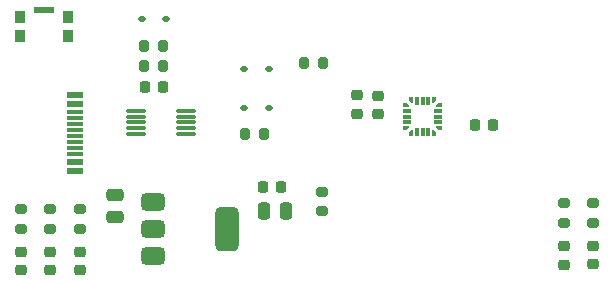
<source format=gbr>
%TF.GenerationSoftware,KiCad,Pcbnew,8.0.6*%
%TF.CreationDate,2025-02-28T22:10:36+01:00*%
%TF.ProjectId,stm8s-target-v1,73746d38-732d-4746-9172-6765742d7631,rev?*%
%TF.SameCoordinates,PX3d09000PY6590fa0*%
%TF.FileFunction,Paste,Top*%
%TF.FilePolarity,Positive*%
%FSLAX46Y46*%
G04 Gerber Fmt 4.6, Leading zero omitted, Abs format (unit mm)*
G04 Created by KiCad (PCBNEW 8.0.6) date 2025-02-28 22:10:36*
%MOMM*%
%LPD*%
G01*
G04 APERTURE LIST*
G04 Aperture macros list*
%AMRoundRect*
0 Rectangle with rounded corners*
0 $1 Rounding radius*
0 $2 $3 $4 $5 $6 $7 $8 $9 X,Y pos of 4 corners*
0 Add a 4 corners polygon primitive as box body*
4,1,4,$2,$3,$4,$5,$6,$7,$8,$9,$2,$3,0*
0 Add four circle primitives for the rounded corners*
1,1,$1+$1,$2,$3*
1,1,$1+$1,$4,$5*
1,1,$1+$1,$6,$7*
1,1,$1+$1,$8,$9*
0 Add four rect primitives between the rounded corners*
20,1,$1+$1,$2,$3,$4,$5,0*
20,1,$1+$1,$4,$5,$6,$7,0*
20,1,$1+$1,$6,$7,$8,$9,0*
20,1,$1+$1,$8,$9,$2,$3,0*%
%AMFreePoly0*
4,1,6,0.325000,0.000000,0.325000,-0.150000,-0.175000,-0.150000,-0.175000,0.150000,0.175000,0.150000,0.325000,0.000000,0.325000,0.000000,$1*%
%AMFreePoly1*
4,1,6,0.325000,0.000000,0.175000,-0.150000,-0.175000,-0.150000,-0.175000,0.150000,0.325000,0.150000,0.325000,0.000000,0.325000,0.000000,$1*%
%AMFreePoly2*
4,1,6,0.150000,-0.175000,-0.150000,-0.175000,-0.150000,0.175000,0.000000,0.325000,0.150000,0.325000,0.150000,-0.175000,0.150000,-0.175000,$1*%
%AMFreePoly3*
4,1,6,0.150000,0.175000,0.150000,-0.175000,-0.150000,-0.175000,-0.150000,0.325000,0.000000,0.325000,0.150000,0.175000,0.150000,0.175000,$1*%
%AMFreePoly4*
4,1,6,0.175000,-0.150000,-0.175000,-0.150000,-0.325000,0.000000,-0.325000,0.150000,0.175000,0.150000,0.175000,-0.150000,0.175000,-0.150000,$1*%
%AMFreePoly5*
4,1,7,0.175000,-0.150000,-0.175000,-0.150000,-0.325000,-0.150000,-0.325000,0.000000,-0.175000,0.150000,0.175000,0.150000,0.175000,-0.150000,0.175000,-0.150000,$1*%
%AMFreePoly6*
4,1,6,0.150000,-0.175000,0.000000,-0.325000,-0.150000,-0.325000,-0.150000,0.175000,0.150000,0.175000,0.150000,-0.175000,0.150000,-0.175000,$1*%
%AMFreePoly7*
4,1,6,0.150000,-0.325000,0.000000,-0.325000,-0.150000,-0.175000,-0.150000,0.175000,0.150000,0.175000,0.150000,-0.325000,0.150000,-0.325000,$1*%
G04 Aperture macros list end*
%ADD10RoundRect,0.112500X-0.187500X-0.112500X0.187500X-0.112500X0.187500X0.112500X-0.187500X0.112500X0*%
%ADD11RoundRect,0.225000X-0.225000X-0.250000X0.225000X-0.250000X0.225000X0.250000X-0.225000X0.250000X0*%
%ADD12RoundRect,0.200000X0.275000X-0.200000X0.275000X0.200000X-0.275000X0.200000X-0.275000X-0.200000X0*%
%ADD13RoundRect,0.250000X0.475000X-0.250000X0.475000X0.250000X-0.475000X0.250000X-0.475000X-0.250000X0*%
%ADD14RoundRect,0.200000X-0.200000X-0.275000X0.200000X-0.275000X0.200000X0.275000X-0.200000X0.275000X0*%
%ADD15RoundRect,0.200000X-0.275000X0.200000X-0.275000X-0.200000X0.275000X-0.200000X0.275000X0.200000X0*%
%ADD16RoundRect,0.218750X0.256250X-0.218750X0.256250X0.218750X-0.256250X0.218750X-0.256250X-0.218750X0*%
%ADD17FreePoly0,270.000000*%
%ADD18R,0.300000X0.700000*%
%ADD19FreePoly1,270.000000*%
%ADD20FreePoly2,270.000000*%
%ADD21R,0.700000X0.300000*%
%ADD22FreePoly3,270.000000*%
%ADD23FreePoly4,270.000000*%
%ADD24FreePoly5,270.000000*%
%ADD25FreePoly6,270.000000*%
%ADD26FreePoly7,270.000000*%
%ADD27R,1.450000X0.600000*%
%ADD28R,1.450000X0.300000*%
%ADD29RoundRect,0.250000X-0.250000X-0.475000X0.250000X-0.475000X0.250000X0.475000X-0.250000X0.475000X0*%
%ADD30R,0.900000X1.000000*%
%ADD31R,1.700000X0.550000*%
%ADD32RoundRect,0.225000X0.250000X-0.225000X0.250000X0.225000X-0.250000X0.225000X-0.250000X-0.225000X0*%
%ADD33RoundRect,0.087500X-0.725000X-0.087500X0.725000X-0.087500X0.725000X0.087500X-0.725000X0.087500X0*%
%ADD34RoundRect,0.225000X0.225000X0.250000X-0.225000X0.250000X-0.225000X-0.250000X0.225000X-0.250000X0*%
%ADD35RoundRect,0.200000X0.200000X0.275000X-0.200000X0.275000X-0.200000X-0.275000X0.200000X-0.275000X0*%
%ADD36RoundRect,0.375000X-0.625000X-0.375000X0.625000X-0.375000X0.625000X0.375000X-0.625000X0.375000X0*%
%ADD37RoundRect,0.500000X-0.500000X-1.400000X0.500000X-1.400000X0.500000X1.400000X-0.500000X1.400000X0*%
G04 APERTURE END LIST*
D10*
%TO.C,D8*%
X20900000Y18500000D03*
X23000000Y18500000D03*
%TD*%
%TO.C,D7*%
X20950000Y15250000D03*
X23050000Y15250000D03*
%TD*%
D11*
%TO.C,C6*%
X40450000Y13750000D03*
X42000000Y13750000D03*
%TD*%
D12*
%TO.C,R9*%
X27500000Y6500000D03*
X27500000Y8150000D03*
%TD*%
D13*
%TO.C,C1*%
X10000000Y6000000D03*
X10000000Y7900000D03*
%TD*%
D14*
%TO.C,R1*%
X12425000Y18750000D03*
X14075000Y18750000D03*
%TD*%
%TO.C,R8*%
X26000000Y19000000D03*
X27650000Y19000000D03*
%TD*%
D15*
%TO.C,R6*%
X48000000Y7150000D03*
X48000000Y5500000D03*
%TD*%
D16*
%TO.C,D1*%
X2000000Y1500000D03*
X2000000Y3075000D03*
%TD*%
%TO.C,D4*%
X7000000Y1500000D03*
X7000000Y3075000D03*
%TD*%
D15*
%TO.C,R4*%
X4500000Y6650000D03*
X4500000Y5000000D03*
%TD*%
D17*
%TO.C,U3*%
X37037500Y15975000D03*
D18*
X36537500Y15800000D03*
X36037500Y15800000D03*
X35537500Y15800000D03*
D19*
X35037500Y15975000D03*
D20*
X34562500Y15500000D03*
D21*
X34737500Y15000000D03*
X34737500Y14500000D03*
X34737500Y14000000D03*
D22*
X34562500Y13500000D03*
D23*
X35037500Y13025000D03*
D18*
X35537500Y13200000D03*
X36037500Y13200000D03*
X36537500Y13200000D03*
D24*
X37037500Y13025000D03*
D25*
X37512500Y13500000D03*
D21*
X37337500Y14000000D03*
X37337500Y14500000D03*
X37337500Y15000000D03*
D26*
X37512500Y15500000D03*
%TD*%
D16*
%TO.C,D5*%
X4500000Y1500000D03*
X4500000Y3075000D03*
%TD*%
D15*
%TO.C,R3*%
X7000000Y6650000D03*
X7000000Y5000000D03*
%TD*%
D27*
%TO.C,J7*%
X6595000Y16360000D03*
X6595000Y15560000D03*
D28*
X6595000Y14360000D03*
X6595000Y13360000D03*
X6595000Y12860000D03*
X6595000Y11860000D03*
D27*
X6595000Y10660000D03*
X6595000Y9860000D03*
X6595000Y9860000D03*
X6595000Y10660000D03*
D28*
X6595000Y11360000D03*
X6595000Y12360000D03*
X6595000Y13860000D03*
X6595000Y14860000D03*
D27*
X6595000Y15560000D03*
X6595000Y16360000D03*
%TD*%
D29*
%TO.C,C2*%
X22600000Y6500000D03*
X24500000Y6500000D03*
%TD*%
D30*
%TO.C,S1*%
X1950000Y22900000D03*
X1950000Y21300000D03*
X6050000Y21300000D03*
X6050000Y22900000D03*
D31*
X4000000Y23525000D03*
%TD*%
D32*
%TO.C,C5*%
X32250000Y16275000D03*
X32250000Y14725000D03*
%TD*%
D14*
%TO.C,R2*%
X12425000Y20500000D03*
X14075000Y20500000D03*
%TD*%
D16*
%TO.C,D3*%
X50500000Y2000000D03*
X50500000Y3575000D03*
%TD*%
D15*
%TO.C,R7*%
X50500000Y7150000D03*
X50500000Y5500000D03*
%TD*%
D11*
%TO.C,C4*%
X12500000Y17000000D03*
X14050000Y17000000D03*
%TD*%
D16*
%TO.C,D2*%
X48000000Y1925000D03*
X48000000Y3500000D03*
%TD*%
D33*
%TO.C,U2*%
X11775000Y15000000D03*
X11775000Y14500000D03*
X11775000Y14000000D03*
X11775000Y13500000D03*
X11775000Y13000000D03*
X16000000Y13000000D03*
X16000000Y13500000D03*
X16000000Y14000000D03*
X16000000Y14500000D03*
X16000000Y15000000D03*
%TD*%
D34*
%TO.C,C3*%
X24050000Y8500000D03*
X22500000Y8500000D03*
%TD*%
D15*
%TO.C,R5*%
X2000000Y6650000D03*
X2000000Y5000000D03*
%TD*%
D35*
%TO.C,R12*%
X22650000Y13000000D03*
X21000000Y13000000D03*
%TD*%
D36*
%TO.C,U1*%
X13200000Y7300000D03*
X13200000Y5000000D03*
D37*
X19500000Y5000000D03*
D36*
X13200000Y2700000D03*
%TD*%
D10*
%TO.C,D6*%
X12250000Y22750000D03*
X14350000Y22750000D03*
%TD*%
D32*
%TO.C,C7*%
X30500000Y14750000D03*
X30500000Y16300000D03*
%TD*%
M02*

</source>
